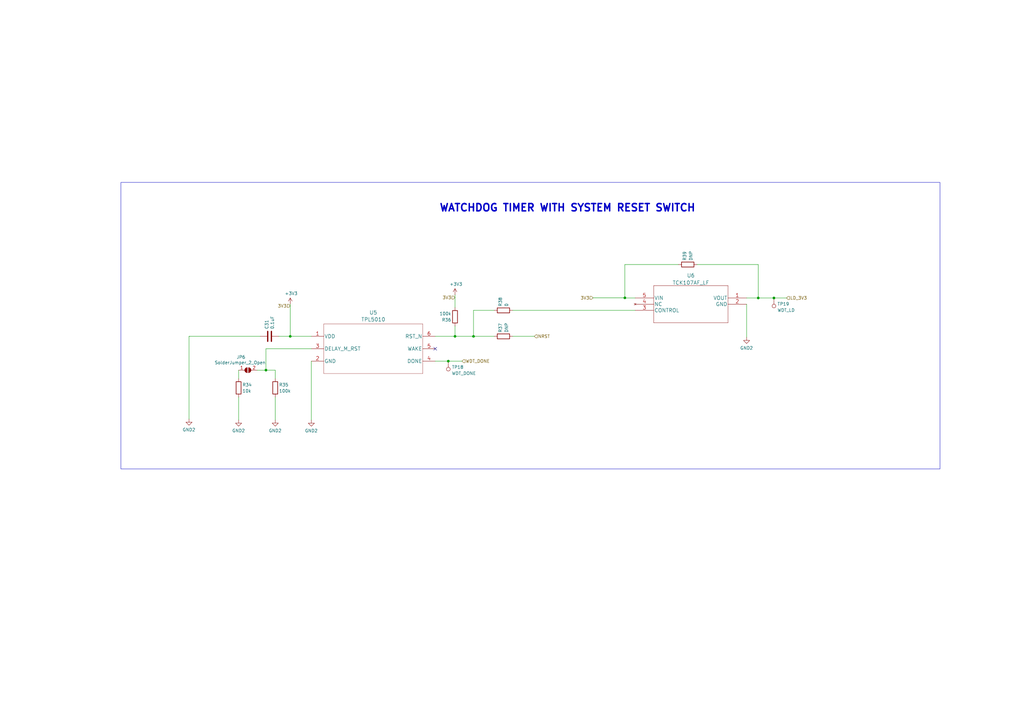
<source format=kicad_sch>
(kicad_sch (version 20231120) (generator "eeschema") (generator_version "8.0")
  (paper "A3")
  (title_block (title "packetRFMS") (date "2024-03-21") (rev "PCB_00132_6A_2124") (company "Packetworx Inc."))
  (lib_symbols
    (symbol "Connector:TestPoint" (pin_numbers hide) (pin_names (offset 0.762) hide)
      (property "Reference" "TP" (at 0 6.858 0))
      (property "Value" "TestPoint" (at 0 5.08 0))
      (symbol "TestPoint_0_1"
        (circle (center 0 3.302) (radius 0.762))
      )
      (symbol "TestPoint_1_1"
        (pin passive line (at 0 0 90) (length 2.54) (name "1") (number "1"))
      )
    )
    (symbol "Device:C" (pin_numbers hide) (pin_names (offset 0.254))
      (property "Reference" "C" (at 0.635 2.54 0))
      (property "Value" "C" (at 0.635 -2.54 0))
      (symbol "C_0_1"
        (polyline (pts (xy -2.032 -0.762) (xy 2.032 -0.762)) (stroke (width 0.508)))
        (polyline (pts (xy -2.032 0.762) (xy 2.032 0.762)) (stroke (width 0.508)))
      )
      (symbol "C_1_1"
        (pin passive line (at 0 3.81 270) (length 2.794) (name "~") (number "1"))
        (pin passive line (at 0 -3.81 90) (length 2.794) (name "~") (number "2"))
      )
    )
    (symbol "Device:R" (pin_numbers hide) (pin_names (offset 0))
      (property "Reference" "R" (at 2.032 0 90))
      (property "Value" "R" (at 0 0 90))
      (symbol "R_0_1"
        (rectangle (start -1.016 -2.54) (end 1.016 2.54) (stroke (width 0.254)))
      )
      (symbol "R_1_1"
        (pin passive line (at 0 3.81 270) (length 1.27) (name "~") (number "1"))
        (pin passive line (at 0 -3.81 90) (length 1.27) (name "~") (number "2"))
      )
    )
    (symbol "Jumper:SolderJumper_2_Open" (pin_names (offset 0) hide)
      (property "Reference" "JP" (at 0 2.032 0))
      (property "Value" "SolderJumper_2_Open" (at 0 -2.54 0))
      (symbol "SolderJumper_2_Open_0_1"
        (arc (start -0.254 1.016) (mid -1.2656 0) (end -0.254 -1.016))
        (arc (start -0.254 1.016) (mid -1.2656 0) (end -0.254 -1.016) (fill (type outline)))
        (polyline (pts (xy -0.254 1.016) (xy -0.254 -1.016)))
        (polyline (pts (xy 0.254 1.016) (xy 0.254 -1.016)))
        (arc (start 0.254 -1.016) (mid 1.2656 0) (end 0.254 1.016))
        (arc (start 0.254 -1.016) (mid 1.2656 0) (end 0.254 1.016) (fill (type outline)))
      )
      (symbol "SolderJumper_2_Open_1_1"
        (pin passive line (at -3.81 0 0) (length 2.54) (name "A") (number "1"))
        (pin passive line (at 3.81 0 180) (length 2.54) (name "B") (number "2"))
      )
    )
    (symbol "power:+3V3" (power) (pin_names (offset 0))
      (property "Value" "+3V3" (at 0 3.556 0))
      (symbol "+3V3_0_1"
        (polyline (pts (xy -0.762 1.27) (xy 0 2.54)))
        (polyline (pts (xy 0 0) (xy 0 2.54)))
        (polyline (pts (xy 0 2.54) (xy 0.762 1.27)))
      )
      (symbol "+3V3_1_1"
        (pin power_in line (at 0 0 90) (length 0) hide (name "+3V3") (number "1"))
      )
    )
    (symbol "power:GND2" (power) (pin_names (offset 0))
      (property "Value" "GND2" (at 0 -3.81 0))
      (symbol "GND2_0_1"
        (polyline (pts (xy 0 0) (xy 0 -1.27) (xy 1.27 -1.27) (xy 0 -2.54) (xy -1.27 -1.27) (xy 0 -1.27)))
      )
      (symbol "GND2_1_1"
        (pin power_in line (at 0 0 270) (length 0) hide (name "GND2") (number "1"))
      )
    )
    (symbol "tpl5010:TPL5010DDCT" (pin_names (offset 0.254))
      (property "Reference" "U11" (at 0 14.841 0))
      (property "Value" "TPL5010" (at 0 12.0082 0))
      (symbol "TPL5010DDCT_1_1"
        (polyline (pts (xy -20.32 -10.16) (xy 20.32 -10.16)) (stroke (width 0.1016)))
        (polyline (pts (xy -20.32 10.16) (xy -20.32 -10.16)) (stroke (width 0.1016)))
        (polyline (pts (xy 20.32 -10.16) (xy 20.32 10.16)) (stroke (width 0.1016)))
        (polyline (pts (xy 20.32 10.16) (xy -20.32 10.16)) (stroke (width 0.1016)))
        (pin power_in line (at -25.4 5.08 0) (length 5.08) (name "VDD") (number "1"))
        (pin bidirectional line (at -25.4 -5.08 0) (length 5.08) (name "GND") (number "2"))
        (pin input line (at -25.4 0 0) (length 5.08) (name "DELAY_M_RST") (number "3"))
        (pin input line (at 25.4 -5.08 180) (length 5.08) (name "DONE") (number "4"))
        (pin output line (at 25.4 0 180) (length 5.08) (name "WAKE") (number "5"))
        (pin output line (at 25.4 5.08 180) (length 5.08) (name "RST_N") (number "6"))
      )
    )
    (symbol "ul_TCK107:TCK108AF_LF" (pin_names (offset 0.254))
      (property "Reference" "U10" (at 22.86 9.2276 0))
      (property "Value" "TCK107AF_LF" (at 22.86 6.2342 0))
      (symbol "TCK108AF_LF_1_1"
        (polyline (pts (xy 7.62 -10.16) (xy 38.1 -10.16)) (stroke (width 0.127)))
        (polyline (pts (xy 7.62 5.08) (xy 7.62 -10.16)) (stroke (width 0.127)))
        (polyline (pts (xy 38.1 -10.16) (xy 38.1 5.08)) (stroke (width 0.127)))
        (polyline (pts (xy 38.1 5.08) (xy 7.62 5.08)) (stroke (width 0.127)))
        (pin power_out line (at 0 0 0) (length 7.62) (name "VOUT") (number "1"))
        (pin bidirectional line (at 0 -2.54 0) (length 7.62) (name "GND") (number "2"))
        (pin unspecified line (at 45.72 -5.08 180) (length 7.62) (name "CONTROL") (number "3"))
        (pin no_connect line (at 45.72 -2.54 180) (length 7.62) (name "NC") (number "4"))
        (pin power_in line (at 45.72 0 180) (length 7.62) (name "VIN") (number "5"))
      )
    )
  )
  (junction (at 183.8772 148.1157))
  (junction (at 119.0457 137.9557))
  (junction (at 109.0817 151.8064))
  (junction (at 310.9923 122.2178))
  (junction (at 317.43 122.2178))
  (junction (at 256.2905 122.1681))
  (junction (at 186.6204 137.9557))
  (junction (at 194.2052 137.9557))
  (no_connect (at 178.5054 143.0357))
  (wire (pts (xy 109.0817 151.8121) (xy 105.4822 151.8121)))
  (wire (pts (xy 119.0457 137.9557) (xy 127.7054 137.9557)))
  (wire (pts (xy 77.5249 137.9623) (xy 77.5249 171.8681)))
  (wire (pts (xy 127.7054 143.0357) (xy 109.0817 143.0357)))
  (wire (pts (xy 186.6204 133.7306) (xy 186.6204 137.9557)))
  (wire (pts (xy 77.7789 137.9557) (xy 106.7477 137.9557)))
  (wire (pts (xy 186.6204 120.9449) (xy 186.6204 126.1106)))
  (wire (pts (xy 178.5054 148.1157) (xy 183.8772 148.1157)))
  (wire (pts (xy 194.2052 137.9557) (xy 202.6758 137.9557)))
  (wire (pts (xy 285.8911 108.4965) (xy 310.9923 108.4965)))
  (wire (pts (xy 210.2958 137.9557) (xy 219.1513 137.9557)))
  (wire (pts (xy 186.6204 137.9557) (xy 194.2052 137.9557)))
  (wire (pts (xy 77.7789 137.9623) (xy 77.7789 137.9557)))
  (wire (pts (xy 210.2975 127.2978) (xy 260.4895 127.2978)))
  (wire (pts (xy 310.9923 122.2178) (xy 317.43 122.2178)))
  (wire (pts (xy 243.2308 122.1681) (xy 256.2905 122.1681)))
  (wire (pts (xy 178.5054 137.9557) (xy 186.6204 137.9557)))
  (wire (pts (xy 97.8622 155.2745) (xy 97.8622 151.8121)))
  (wire (pts (xy 256.2905 122.2178) (xy 260.4895 122.2178)))
  (wire (pts (xy 127.7054 148.1157) (xy 127.7054 172.2731)))
  (wire (pts (xy 109.0817 151.8064) (xy 109.0817 151.8121)))
  (wire (pts (xy 77.5249 137.9623) (xy 77.7789 137.9623)))
  (wire (pts (xy 109.0817 143.0357) (xy 109.0817 151.8064)))
  (wire (pts (xy 306.2095 124.7578) (xy 306.2095 138.3555)))
  (wire (pts (xy 183.8772 148.1157) (xy 189.4974 148.1157)))
  (wire (pts (xy 114.3677 137.9557) (xy 119.0457 137.9557)))
  (wire (pts (xy 310.9923 122.2178) (xy 306.2095 122.2178)))
  (wire (pts (xy 256.2905 108.4965) (xy 256.2905 122.1681)))
  (wire (pts (xy 256.2905 122.1681) (xy 256.2905 122.2178)))
  (wire (pts (xy 310.9923 108.4965) (xy 310.9923 122.2178)))
  (wire (pts (xy 119.0457 124.7649) (xy 119.0457 137.9557)))
  (wire (pts (xy 97.8622 162.8945) (xy 97.8622 172.2513)))
  (wire (pts (xy 112.889 162.8888) (xy 112.889 172.2456)))
  (wire (pts (xy 202.6775 127.2978) (xy 194.2052 127.2978)))
  (wire (pts (xy 278.2711 108.4965) (xy 256.2905 108.4965)))
  (wire (pts (xy 112.889 155.2688) (xy 112.889 151.8064)))
  (wire (pts (xy 317.43 122.2178) (xy 322.5911 122.2178)))
  (wire (pts (xy 112.889 151.8064) (xy 109.0817 151.8064)))
  (wire (pts (xy 194.2052 127.2978) (xy 194.2052 137.9557)))
  (rectangle (start 49.597 74.8205) (end 385.5373 192.3372))
  (text "WATCHDOG TIMER WITH SYSTEM RESET SWITCH" (at 180.0782 87.1327 0) (effects (font (size 3 3) (bold yes)) (justify left bottom)))
  (hierarchical_label "3V3" (shape input) (at 119.0457 125.4594 180))
  (hierarchical_label "NRST" (shape input) (at 219.1513 137.9557 0))
  (hierarchical_label "WDT_DONE" (shape input) (at 189.4974 148.1157 0))
  (hierarchical_label "LD_3V3" (shape input) (at 322.5911 122.2178 0))
  (hierarchical_label "3V3" (shape input) (at 243.2308 122.1681 180))
  (hierarchical_label "3V3" (shape input) (at 186.6204 122.0453 180))
  (symbol (lib_id "power:GND2") (at 127.7054 172.2731 0) (unit 1)
    (property "Reference" "#PWR077" (effects (hide yes)))
    (property "Value" "GND2" (at 127.6885 176.6578 0))
  )
  (symbol (lib_id "Device:R") (at 206.4858 137.9557 90) (unit 1)
    (property "Reference" "R37" (at 205.2158 136.4317 0) (effects (justify left)))
    (property "Value" "DNP" (at 207.7558 136.4317 0) (effects (justify left)))
    (property "Footprint" "Resistor_SMD:R_0603_1608Metric" (effects (hide yes)))
  )
  (symbol (lib_id "Connector:TestPoint") (at 317.43 122.2178 180) (unit 1)
    (property "Reference" "TP19" (at 318.827 124.6851 0) (effects (justify right)))
    (property "Value" "WDT_LD" (at 318.827 127.222 0) (effects (justify right)))
    (property "Footprint" "TestPoint:TestPoint_Pad_D1.0mm" (effects (hide yes)))
  )
  (symbol (lib_id "power:+3V3") (at 119.0457 124.7649 0) (unit 1)
    (property "Reference" "#PWR076" (effects (hide yes)))
    (property "Value" "+3V3" (at 119.4267 120.3707 0))
  )
  (symbol (lib_id "power:+3V3") (at 186.6204 120.9449 0) (unit 1)
    (property "Reference" "#PWR078" (effects (hide yes)))
    (property "Value" "+3V3" (at 187.0014 116.5507 0))
  )
  (symbol (lib_id "power:GND2") (at 77.5249 171.8681 0) (unit 1)
    (property "Reference" "#PWR073" (effects (hide yes)))
    (property "Value" "GND2" (at 77.508 176.2528 0))
  )
  (symbol (lib_id "Device:R") (at 112.889 159.0788 0) (unit 1)
    (property "Reference" "R35" (at 114.413 157.8088 0) (effects (justify left)))
    (property "Value" "100k" (at 114.413 160.3488 0) (effects (justify left)))
    (property "Footprint" "Resistor_SMD:R_0603_1608Metric" (effects (hide yes)))
  )
  (symbol (lib_id "Jumper:SolderJumper_2_Open") (at 101.6722 151.8121 0) (unit 1)
    (property "Reference" "JP6" (at 98.8482 146.4715 0))
    (property "Value" "SolderJumper_2_Open" (at 98.4716 148.7312 0))
    (property "Footprint" "Connector_PinHeader_2.54mm:PinHeader_1x02_P2.54mm_Vertical" (effects (hide yes)))
  )
  (symbol (lib_id "Device:R") (at 206.4875 127.2978 90) (unit 1)
    (property "Reference" "R38" (at 205.2175 125.7738 0) (effects (justify left)))
    (property "Value" "0" (at 207.7575 125.7738 0) (effects (justify left)))
    (property "Footprint" "Resistor_SMD:R_0603_1608Metric" (effects (hide yes)))
    (property "LCSC" "C21189" (effects (hide yes)))
  )
  (symbol (lib_id "Device:R") (at 97.8622 159.0845 0) (unit 1)
    (property "Reference" "R34" (at 99.3862 157.8145 0) (effects (justify left)))
    (property "Value" "10k" (at 99.3862 160.3545 0) (effects (justify left)))
    (property "Footprint" "Resistor_SMD:R_0603_1608Metric" (effects (hide yes)))
    (property "LCSC" "C98220" (effects (hide yes)))
  )
  (symbol (lib_id "Device:C") (at 110.5577 137.9557 90) (unit 1)
    (property "Reference" "C31" (at 109.3893 135.0347 0) (effects (justify left)))
    (property "Value" "0.1uF" (at 111.7007 135.0347 0) (effects (justify left)))
    (property "Footprint" "Capacitor_SMD:C_0603_1608Metric" (effects (hide yes)))
    (property "Datasheet" "https://connect.kemet.com:7667/gateway/IntelliData-ComponentDocumentation/1.0/download/datasheet/C0603C104J4RACTU" (effects (hide yes)))
    (property "Manufacturer_Name" "KEMET" (effects (hide yes)))
    (property "Manufacturer_Part_Number" "C0603C104J4RAC7867" (effects (hide yes)))
    (property "Price" "6.55000" (effects (hide yes)))
    (property "Purchase-URL" "https://www.digikey.ph/en/products/detail/kemet/C0603C104J4RAC7867/411096" (effects (hide yes)))
    (property "LCSC" "C1591" (effects (hide yes)))
  )
  (symbol (lib_id "power:GND2") (at 112.889 172.2456 0) (unit 1)
    (property "Reference" "#PWR075" (effects (hide yes)))
    (property "Value" "GND2" (at 112.8721 176.6303 0))
  )
  (symbol (lib_id "Connector:TestPoint") (at 183.8772 148.1157 180) (unit 1)
    (property "Reference" "TP18" (at 185.2742 150.583 0) (effects (justify right)))
    (property "Value" "WDT_DONE" (at 185.2742 153.1199 0) (effects (justify right)))
    (property "Footprint" "TestPoint:TestPoint_Pad_D1.0mm" (effects (hide yes)))
  )
  (symbol (lib_id "ul_TCK107:TCK108AF_LF") (at 306.2095 122.2178 0) (mirror y) (unit 1)
    (property "Reference" "U6" (at 283.3495 112.9902 0) (effects (font (size 1.524 1.524))))
    (property "Value" "TCK107AF_LF" (at 283.3495 115.9836 0) (effects (font (size 1.524 1.524))))
    (property "Footprint" "PWX-Footprints-SNAP:TCK108AF_LF" (effects (hide yes)))
  )
  (symbol (lib_id "power:GND2") (at 97.8622 172.2513 0) (unit 1)
    (property "Reference" "#PWR074" (effects (hide yes)))
    (property "Value" "GND2" (at 97.8453 176.636 0))
  )
  (symbol (lib_id "Device:R") (at 186.6204 129.9206 180) (unit 1)
    (property "Reference" "R36" (at 185.0964 131.1906 0) (effects (justify left)))
    (property "Value" "100k" (at 185.0964 128.6506 0) (effects (justify left)))
    (property "Footprint" "Resistor_SMD:R_0603_1608Metric" (effects (hide yes)))
    (property "LCSC" "C14675" (effects (hide yes)))
  )
  (symbol (lib_id "tpl5010:TPL5010DDCT") (at 153.1054 143.0357 0) (unit 1)
    (property "Reference" "U5" (at 153.1054 128.1947 0) (effects (font (size 1.524 1.524))))
    (property "Value" "TPL5010" (at 153.1054 131.0275 0) (effects (font (size 1.524 1.524))))
    (property "Footprint" "PWX-Footprints-SNAP:TPL5010DDCR" (effects (hide yes)))
    (property "LCSC" "C473912" (effects (hide yes)))
  )
  (symbol (lib_id "power:GND2") (at 306.2095 138.3555 0) (unit 1)
    (property "Reference" "#PWR079" (effects (hide yes)))
    (property "Value" "GND2" (at 306.1926 142.7402 0))
  )
  (symbol (lib_id "Device:R") (at 282.0811 108.4965 90) (unit 1)
    (property "Reference" "R39" (at 280.8111 106.9725 0) (effects (justify left)))
    (property "Value" "DNP" (at 283.3511 106.9725 0) (effects (justify left)))
    (property "Footprint" "Resistor_SMD:R_0805_2012Metric" (effects (hide yes)))
  )
)
</source>
